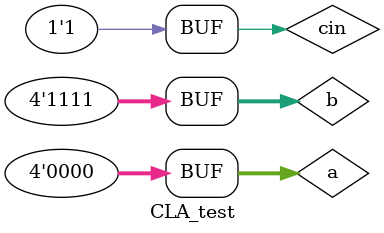
<source format=v>
`timescale 1ns/1ps
module claAdder(a,b,cin,sum,cout);
    input[3:0] a,b;
    input cin;
    
    output[3:0] sum;
    output cout;

    wire [4:1] c;
    wire [3:0] p;
    wire [3:0] g;

    assign 
        p0=(a[0]^b[0]),
        p1=(a[1]^b[1]),
        p2=(a[2]^b[2]),
        p3=(a[3]^b[3]);

    assign 
        g0=(a[0]&b[0]),
        g1=(a[1]&b[1]),
        g2=(a[2]&b[2]),
        g3=(a[3]&b[3]);

    assign 
        c0=cin,
        c1=g0|(p0&cin),
        c2=g1|(p1&g0)|(p1&p0&cin),
        c3=g2|(p2&g1)|(p2&p1&g0)|(p2&p1&p0&cin),
        c4=g3|(p3&g2)|(p3&p3&g1)|(p3&p2&p1&p0&cin);

    assign
        sum[0]=p0^c0,
        sum[1]=p1^c1,
        sum[2]=p2^c2,
        sum[3]=p3^c3;
    
    assign 
        cout=c4;

endmodule

module CLA_test;
    reg[3:0] a;
    reg[3:0] b;
    reg cin;

    wire [3:0]sum;
    wire cout;

    claAdder func(a,b,cin,sum,cout);

    initial begin
        #0   a=4'b0000;b=4'b0000;cin=0;
		#10  a=4'b0000;b=4'b0000;cin=1;
		#10  a=4'b0000;b=4'b1111;cin=0;
		#10  a=4'b0000;b=4'b1111;cin=1; 
    end
    
    initial begin
		$monitor("%d: a=%b b=%b cin=%b sum=%b cout=%b",$time,a,b,cin,sum,cout);
	end

endmodule

</source>
